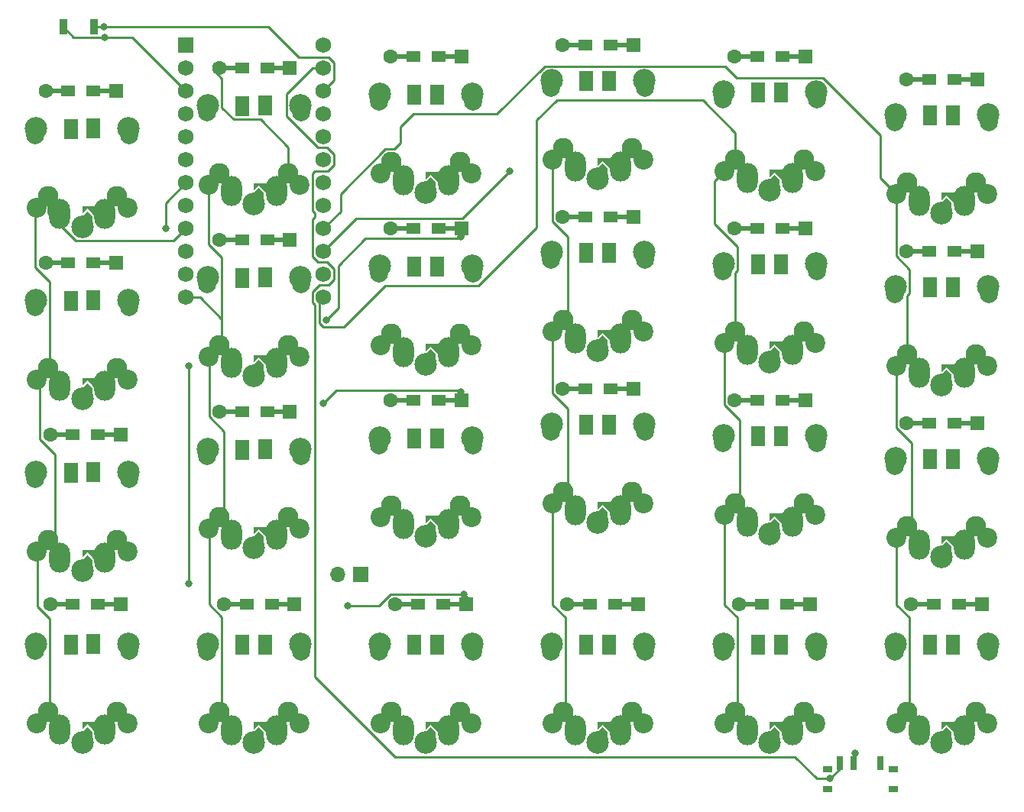
<source format=gbr>
G04 #@! TF.GenerationSoftware,KiCad,Pcbnew,5.1.9*
G04 #@! TF.CreationDate,2021-01-19T21:25:47-06:00*
G04 #@! TF.ProjectId,halfboard,68616c66-626f-4617-9264-2e6b69636164,rev?*
G04 #@! TF.SameCoordinates,Original*
G04 #@! TF.FileFunction,Copper,L2,Bot*
G04 #@! TF.FilePolarity,Positive*
%FSLAX46Y46*%
G04 Gerber Fmt 4.6, Leading zero omitted, Abs format (unit mm)*
G04 Created by KiCad (PCBNEW 5.1.9) date 2021-01-19 21:25:47*
%MOMM*%
%LPD*%
G01*
G04 APERTURE LIST*
G04 #@! TA.AperFunction,EtchedComponent*
%ADD10C,0.100000*%
G04 #@! TD*
G04 #@! TA.AperFunction,SMDPad,CuDef*
%ADD11R,0.900000X1.700000*%
G04 #@! TD*
G04 #@! TA.AperFunction,ComponentPad*
%ADD12R,1.752600X1.752600*%
G04 #@! TD*
G04 #@! TA.AperFunction,ComponentPad*
%ADD13C,1.752600*%
G04 #@! TD*
G04 #@! TA.AperFunction,ComponentPad*
%ADD14O,1.700000X1.700000*%
G04 #@! TD*
G04 #@! TA.AperFunction,ComponentPad*
%ADD15R,1.700000X1.700000*%
G04 #@! TD*
G04 #@! TA.AperFunction,SMDPad,CuDef*
%ADD16R,2.900000X0.500000*%
G04 #@! TD*
G04 #@! TA.AperFunction,SMDPad,CuDef*
%ADD17R,1.600000X1.200000*%
G04 #@! TD*
G04 #@! TA.AperFunction,ComponentPad*
%ADD18C,1.600000*%
G04 #@! TD*
G04 #@! TA.AperFunction,ComponentPad*
%ADD19R,1.600000X1.600000*%
G04 #@! TD*
G04 #@! TA.AperFunction,ComponentPad*
%ADD20C,2.000000*%
G04 #@! TD*
G04 #@! TA.AperFunction,ComponentPad*
%ADD21R,1.500000X2.300000*%
G04 #@! TD*
G04 #@! TA.AperFunction,ComponentPad*
%ADD22O,2.300000X3.337000*%
G04 #@! TD*
G04 #@! TA.AperFunction,ComponentPad*
%ADD23C,2.286000*%
G04 #@! TD*
G04 #@! TA.AperFunction,ComponentPad*
%ADD24C,2.500000*%
G04 #@! TD*
G04 #@! TA.AperFunction,ComponentPad*
%ADD25C,2.200000*%
G04 #@! TD*
G04 #@! TA.AperFunction,SMDPad,CuDef*
%ADD26R,0.700000X1.500000*%
G04 #@! TD*
G04 #@! TA.AperFunction,SMDPad,CuDef*
%ADD27R,1.000000X0.800000*%
G04 #@! TD*
G04 #@! TA.AperFunction,ViaPad*
%ADD28C,0.800000*%
G04 #@! TD*
G04 #@! TA.AperFunction,Conductor*
%ADD29C,0.250000*%
G04 #@! TD*
G04 APERTURE END LIST*
D10*
G04 #@! TO.C, *
G36*
X48775600Y-69240400D02*
G01*
X49182000Y-68834000D01*
X49182000Y-68453000D01*
X49690000Y-67945000D01*
X50198000Y-68453000D01*
X50198000Y-69469000D01*
X49893200Y-69773800D01*
X48775600Y-69773800D01*
X48775600Y-69240400D01*
G37*
X48775600Y-69240400D02*
X49182000Y-68834000D01*
X49182000Y-68453000D01*
X49690000Y-67945000D01*
X50198000Y-68453000D01*
X50198000Y-69469000D01*
X49893200Y-69773800D01*
X48775600Y-69773800D01*
X48775600Y-69240400D01*
G36*
X51798200Y-69692520D02*
G01*
X49690000Y-67584320D01*
X49182000Y-68092320D01*
X49182000Y-67386200D01*
X51798200Y-67386200D01*
X51798200Y-69692520D01*
G37*
X51798200Y-69692520D02*
X49690000Y-67584320D01*
X49182000Y-68092320D01*
X49182000Y-67386200D01*
X51798200Y-67386200D01*
X51798200Y-69692520D01*
G36*
X144023903Y-67746130D02*
G01*
X144430303Y-67339730D01*
X144430303Y-66958730D01*
X144938303Y-66450730D01*
X145446303Y-66958730D01*
X145446303Y-67974730D01*
X145141503Y-68279530D01*
X144023903Y-68279530D01*
X144023903Y-67746130D01*
G37*
X144023903Y-67746130D02*
X144430303Y-67339730D01*
X144430303Y-66958730D01*
X144938303Y-66450730D01*
X145446303Y-66958730D01*
X145446303Y-67974730D01*
X145141503Y-68279530D01*
X144023903Y-68279530D01*
X144023903Y-67746130D01*
G36*
X147046503Y-68198250D02*
G01*
X144938303Y-66090050D01*
X144430303Y-66598050D01*
X144430303Y-65891930D01*
X147046503Y-65891930D01*
X147046503Y-68198250D01*
G37*
X147046503Y-68198250D02*
X144938303Y-66090050D01*
X144430303Y-66598050D01*
X144430303Y-65891930D01*
X147046503Y-65891930D01*
X147046503Y-68198250D01*
G36*
X144023903Y-86796130D02*
G01*
X144430303Y-86389730D01*
X144430303Y-86008730D01*
X144938303Y-85500730D01*
X145446303Y-86008730D01*
X145446303Y-87024730D01*
X145141503Y-87329530D01*
X144023903Y-87329530D01*
X144023903Y-86796130D01*
G37*
X144023903Y-86796130D02*
X144430303Y-86389730D01*
X144430303Y-86008730D01*
X144938303Y-85500730D01*
X145446303Y-86008730D01*
X145446303Y-87024730D01*
X145141503Y-87329530D01*
X144023903Y-87329530D01*
X144023903Y-86796130D01*
G36*
X147046503Y-87248250D02*
G01*
X144938303Y-85140050D01*
X144430303Y-85648050D01*
X144430303Y-84941930D01*
X147046503Y-84941930D01*
X147046503Y-87248250D01*
G37*
X147046503Y-87248250D02*
X144938303Y-85140050D01*
X144430303Y-85648050D01*
X144430303Y-84941930D01*
X147046503Y-84941930D01*
X147046503Y-87248250D01*
G36*
X144023903Y-105846130D02*
G01*
X144430303Y-105439730D01*
X144430303Y-105058730D01*
X144938303Y-104550730D01*
X145446303Y-105058730D01*
X145446303Y-106074730D01*
X145141503Y-106379530D01*
X144023903Y-106379530D01*
X144023903Y-105846130D01*
G37*
X144023903Y-105846130D02*
X144430303Y-105439730D01*
X144430303Y-105058730D01*
X144938303Y-104550730D01*
X145446303Y-105058730D01*
X145446303Y-106074730D01*
X145141503Y-106379530D01*
X144023903Y-106379530D01*
X144023903Y-105846130D01*
G36*
X147046503Y-106298250D02*
G01*
X144938303Y-104190050D01*
X144430303Y-104698050D01*
X144430303Y-103991930D01*
X147046503Y-103991930D01*
X147046503Y-106298250D01*
G37*
X147046503Y-106298250D02*
X144938303Y-104190050D01*
X144430303Y-104698050D01*
X144430303Y-103991930D01*
X147046503Y-103991930D01*
X147046503Y-106298250D01*
G36*
X144023903Y-126420130D02*
G01*
X144430303Y-126013730D01*
X144430303Y-125632730D01*
X144938303Y-125124730D01*
X145446303Y-125632730D01*
X145446303Y-126648730D01*
X145141503Y-126953530D01*
X144023903Y-126953530D01*
X144023903Y-126420130D01*
G37*
X144023903Y-126420130D02*
X144430303Y-126013730D01*
X144430303Y-125632730D01*
X144938303Y-125124730D01*
X145446303Y-125632730D01*
X145446303Y-126648730D01*
X145141503Y-126953530D01*
X144023903Y-126953530D01*
X144023903Y-126420130D01*
G36*
X147046503Y-126872250D02*
G01*
X144938303Y-124764050D01*
X144430303Y-125272050D01*
X144430303Y-124565930D01*
X147046503Y-124565930D01*
X147046503Y-126872250D01*
G37*
X147046503Y-126872250D02*
X144938303Y-124764050D01*
X144430303Y-125272050D01*
X144430303Y-124565930D01*
X147046503Y-124565930D01*
X147046503Y-126872250D01*
G36*
X124973903Y-126420130D02*
G01*
X125380303Y-126013730D01*
X125380303Y-125632730D01*
X125888303Y-125124730D01*
X126396303Y-125632730D01*
X126396303Y-126648730D01*
X126091503Y-126953530D01*
X124973903Y-126953530D01*
X124973903Y-126420130D01*
G37*
X124973903Y-126420130D02*
X125380303Y-126013730D01*
X125380303Y-125632730D01*
X125888303Y-125124730D01*
X126396303Y-125632730D01*
X126396303Y-126648730D01*
X126091503Y-126953530D01*
X124973903Y-126953530D01*
X124973903Y-126420130D01*
G36*
X127996503Y-126872250D02*
G01*
X125888303Y-124764050D01*
X125380303Y-125272050D01*
X125380303Y-124565930D01*
X127996503Y-124565930D01*
X127996503Y-126872250D01*
G37*
X127996503Y-126872250D02*
X125888303Y-124764050D01*
X125380303Y-125272050D01*
X125380303Y-124565930D01*
X127996503Y-124565930D01*
X127996503Y-126872250D01*
G36*
X105923903Y-126420130D02*
G01*
X106330303Y-126013730D01*
X106330303Y-125632730D01*
X106838303Y-125124730D01*
X107346303Y-125632730D01*
X107346303Y-126648730D01*
X107041503Y-126953530D01*
X105923903Y-126953530D01*
X105923903Y-126420130D01*
G37*
X105923903Y-126420130D02*
X106330303Y-126013730D01*
X106330303Y-125632730D01*
X106838303Y-125124730D01*
X107346303Y-125632730D01*
X107346303Y-126648730D01*
X107041503Y-126953530D01*
X105923903Y-126953530D01*
X105923903Y-126420130D01*
G36*
X108946503Y-126872250D02*
G01*
X106838303Y-124764050D01*
X106330303Y-125272050D01*
X106330303Y-124565930D01*
X108946503Y-124565930D01*
X108946503Y-126872250D01*
G37*
X108946503Y-126872250D02*
X106838303Y-124764050D01*
X106330303Y-125272050D01*
X106330303Y-124565930D01*
X108946503Y-124565930D01*
X108946503Y-126872250D01*
G36*
X86873903Y-126420130D02*
G01*
X87280303Y-126013730D01*
X87280303Y-125632730D01*
X87788303Y-125124730D01*
X88296303Y-125632730D01*
X88296303Y-126648730D01*
X87991503Y-126953530D01*
X86873903Y-126953530D01*
X86873903Y-126420130D01*
G37*
X86873903Y-126420130D02*
X87280303Y-126013730D01*
X87280303Y-125632730D01*
X87788303Y-125124730D01*
X88296303Y-125632730D01*
X88296303Y-126648730D01*
X87991503Y-126953530D01*
X86873903Y-126953530D01*
X86873903Y-126420130D01*
G36*
X89896503Y-126872250D02*
G01*
X87788303Y-124764050D01*
X87280303Y-125272050D01*
X87280303Y-124565930D01*
X89896503Y-124565930D01*
X89896503Y-126872250D01*
G37*
X89896503Y-126872250D02*
X87788303Y-124764050D01*
X87280303Y-125272050D01*
X87280303Y-124565930D01*
X89896503Y-124565930D01*
X89896503Y-126872250D01*
G36*
X124973903Y-103306130D02*
G01*
X125380303Y-102899730D01*
X125380303Y-102518730D01*
X125888303Y-102010730D01*
X126396303Y-102518730D01*
X126396303Y-103534730D01*
X126091503Y-103839530D01*
X124973903Y-103839530D01*
X124973903Y-103306130D01*
G37*
X124973903Y-103306130D02*
X125380303Y-102899730D01*
X125380303Y-102518730D01*
X125888303Y-102010730D01*
X126396303Y-102518730D01*
X126396303Y-103534730D01*
X126091503Y-103839530D01*
X124973903Y-103839530D01*
X124973903Y-103306130D01*
G36*
X127996503Y-103758250D02*
G01*
X125888303Y-101650050D01*
X125380303Y-102158050D01*
X125380303Y-101451930D01*
X127996503Y-101451930D01*
X127996503Y-103758250D01*
G37*
X127996503Y-103758250D02*
X125888303Y-101650050D01*
X125380303Y-102158050D01*
X125380303Y-101451930D01*
X127996503Y-101451930D01*
X127996503Y-103758250D01*
G36*
X124973903Y-84256130D02*
G01*
X125380303Y-83849730D01*
X125380303Y-83468730D01*
X125888303Y-82960730D01*
X126396303Y-83468730D01*
X126396303Y-84484730D01*
X126091503Y-84789530D01*
X124973903Y-84789530D01*
X124973903Y-84256130D01*
G37*
X124973903Y-84256130D02*
X125380303Y-83849730D01*
X125380303Y-83468730D01*
X125888303Y-82960730D01*
X126396303Y-83468730D01*
X126396303Y-84484730D01*
X126091503Y-84789530D01*
X124973903Y-84789530D01*
X124973903Y-84256130D01*
G36*
X127996503Y-84708250D02*
G01*
X125888303Y-82600050D01*
X125380303Y-83108050D01*
X125380303Y-82401930D01*
X127996503Y-82401930D01*
X127996503Y-84708250D01*
G37*
X127996503Y-84708250D02*
X125888303Y-82600050D01*
X125380303Y-83108050D01*
X125380303Y-82401930D01*
X127996503Y-82401930D01*
X127996503Y-84708250D01*
G36*
X124973903Y-65206130D02*
G01*
X125380303Y-64799730D01*
X125380303Y-64418730D01*
X125888303Y-63910730D01*
X126396303Y-64418730D01*
X126396303Y-65434730D01*
X126091503Y-65739530D01*
X124973903Y-65739530D01*
X124973903Y-65206130D01*
G37*
X124973903Y-65206130D02*
X125380303Y-64799730D01*
X125380303Y-64418730D01*
X125888303Y-63910730D01*
X126396303Y-64418730D01*
X126396303Y-65434730D01*
X126091503Y-65739530D01*
X124973903Y-65739530D01*
X124973903Y-65206130D01*
G36*
X127996503Y-65658250D02*
G01*
X125888303Y-63550050D01*
X125380303Y-64058050D01*
X125380303Y-63351930D01*
X127996503Y-63351930D01*
X127996503Y-65658250D01*
G37*
X127996503Y-65658250D02*
X125888303Y-63550050D01*
X125380303Y-64058050D01*
X125380303Y-63351930D01*
X127996503Y-63351930D01*
X127996503Y-65658250D01*
G36*
X105923903Y-63936130D02*
G01*
X106330303Y-63529730D01*
X106330303Y-63148730D01*
X106838303Y-62640730D01*
X107346303Y-63148730D01*
X107346303Y-64164730D01*
X107041503Y-64469530D01*
X105923903Y-64469530D01*
X105923903Y-63936130D01*
G37*
X105923903Y-63936130D02*
X106330303Y-63529730D01*
X106330303Y-63148730D01*
X106838303Y-62640730D01*
X107346303Y-63148730D01*
X107346303Y-64164730D01*
X107041503Y-64469530D01*
X105923903Y-64469530D01*
X105923903Y-63936130D01*
G36*
X108946503Y-64388250D02*
G01*
X106838303Y-62280050D01*
X106330303Y-62788050D01*
X106330303Y-62081930D01*
X108946503Y-62081930D01*
X108946503Y-64388250D01*
G37*
X108946503Y-64388250D02*
X106838303Y-62280050D01*
X106330303Y-62788050D01*
X106330303Y-62081930D01*
X108946503Y-62081930D01*
X108946503Y-64388250D01*
G36*
X105923903Y-82986130D02*
G01*
X106330303Y-82579730D01*
X106330303Y-82198730D01*
X106838303Y-81690730D01*
X107346303Y-82198730D01*
X107346303Y-83214730D01*
X107041503Y-83519530D01*
X105923903Y-83519530D01*
X105923903Y-82986130D01*
G37*
X105923903Y-82986130D02*
X106330303Y-82579730D01*
X106330303Y-82198730D01*
X106838303Y-81690730D01*
X107346303Y-82198730D01*
X107346303Y-83214730D01*
X107041503Y-83519530D01*
X105923903Y-83519530D01*
X105923903Y-82986130D01*
G36*
X108946503Y-83438250D02*
G01*
X106838303Y-81330050D01*
X106330303Y-81838050D01*
X106330303Y-81131930D01*
X108946503Y-81131930D01*
X108946503Y-83438250D01*
G37*
X108946503Y-83438250D02*
X106838303Y-81330050D01*
X106330303Y-81838050D01*
X106330303Y-81131930D01*
X108946503Y-81131930D01*
X108946503Y-83438250D01*
G36*
X105923903Y-102036130D02*
G01*
X106330303Y-101629730D01*
X106330303Y-101248730D01*
X106838303Y-100740730D01*
X107346303Y-101248730D01*
X107346303Y-102264730D01*
X107041503Y-102569530D01*
X105923903Y-102569530D01*
X105923903Y-102036130D01*
G37*
X105923903Y-102036130D02*
X106330303Y-101629730D01*
X106330303Y-101248730D01*
X106838303Y-100740730D01*
X107346303Y-101248730D01*
X107346303Y-102264730D01*
X107041503Y-102569530D01*
X105923903Y-102569530D01*
X105923903Y-102036130D01*
G36*
X108946503Y-102488250D02*
G01*
X106838303Y-100380050D01*
X106330303Y-100888050D01*
X106330303Y-100181930D01*
X108946503Y-100181930D01*
X108946503Y-102488250D01*
G37*
X108946503Y-102488250D02*
X106838303Y-100380050D01*
X106330303Y-100888050D01*
X106330303Y-100181930D01*
X108946503Y-100181930D01*
X108946503Y-102488250D01*
G36*
X86873903Y-103560130D02*
G01*
X87280303Y-103153730D01*
X87280303Y-102772730D01*
X87788303Y-102264730D01*
X88296303Y-102772730D01*
X88296303Y-103788730D01*
X87991503Y-104093530D01*
X86873903Y-104093530D01*
X86873903Y-103560130D01*
G37*
X86873903Y-103560130D02*
X87280303Y-103153730D01*
X87280303Y-102772730D01*
X87788303Y-102264730D01*
X88296303Y-102772730D01*
X88296303Y-103788730D01*
X87991503Y-104093530D01*
X86873903Y-104093530D01*
X86873903Y-103560130D01*
G36*
X89896503Y-104012250D02*
G01*
X87788303Y-101904050D01*
X87280303Y-102412050D01*
X87280303Y-101705930D01*
X89896503Y-101705930D01*
X89896503Y-104012250D01*
G37*
X89896503Y-104012250D02*
X87788303Y-101904050D01*
X87280303Y-102412050D01*
X87280303Y-101705930D01*
X89896503Y-101705930D01*
X89896503Y-104012250D01*
G36*
X86873903Y-84510130D02*
G01*
X87280303Y-84103730D01*
X87280303Y-83722730D01*
X87788303Y-83214730D01*
X88296303Y-83722730D01*
X88296303Y-84738730D01*
X87991503Y-85043530D01*
X86873903Y-85043530D01*
X86873903Y-84510130D01*
G37*
X86873903Y-84510130D02*
X87280303Y-84103730D01*
X87280303Y-83722730D01*
X87788303Y-83214730D01*
X88296303Y-83722730D01*
X88296303Y-84738730D01*
X87991503Y-85043530D01*
X86873903Y-85043530D01*
X86873903Y-84510130D01*
G36*
X89896503Y-84962250D02*
G01*
X87788303Y-82854050D01*
X87280303Y-83362050D01*
X87280303Y-82655930D01*
X89896503Y-82655930D01*
X89896503Y-84962250D01*
G37*
X89896503Y-84962250D02*
X87788303Y-82854050D01*
X87280303Y-83362050D01*
X87280303Y-82655930D01*
X89896503Y-82655930D01*
X89896503Y-84962250D01*
G36*
X86873903Y-65456130D02*
G01*
X87280303Y-65049730D01*
X87280303Y-64668730D01*
X87788303Y-64160730D01*
X88296303Y-64668730D01*
X88296303Y-65684730D01*
X87991503Y-65989530D01*
X86873903Y-65989530D01*
X86873903Y-65456130D01*
G37*
X86873903Y-65456130D02*
X87280303Y-65049730D01*
X87280303Y-64668730D01*
X87788303Y-64160730D01*
X88296303Y-64668730D01*
X88296303Y-65684730D01*
X87991503Y-65989530D01*
X86873903Y-65989530D01*
X86873903Y-65456130D01*
G36*
X89896503Y-65908250D02*
G01*
X87788303Y-63800050D01*
X87280303Y-64308050D01*
X87280303Y-63601930D01*
X89896503Y-63601930D01*
X89896503Y-65908250D01*
G37*
X89896503Y-65908250D02*
X87788303Y-63800050D01*
X87280303Y-64308050D01*
X87280303Y-63601930D01*
X89896503Y-63601930D01*
X89896503Y-65908250D01*
G36*
X67820831Y-66690130D02*
G01*
X68227231Y-66283730D01*
X68227231Y-65902730D01*
X68735231Y-65394730D01*
X69243231Y-65902730D01*
X69243231Y-66918730D01*
X68938431Y-67223530D01*
X67820831Y-67223530D01*
X67820831Y-66690130D01*
G37*
X67820831Y-66690130D02*
X68227231Y-66283730D01*
X68227231Y-65902730D01*
X68735231Y-65394730D01*
X69243231Y-65902730D01*
X69243231Y-66918730D01*
X68938431Y-67223530D01*
X67820831Y-67223530D01*
X67820831Y-66690130D01*
G36*
X70843431Y-67142250D02*
G01*
X68735231Y-65034050D01*
X68227231Y-65542050D01*
X68227231Y-64835930D01*
X70843431Y-64835930D01*
X70843431Y-67142250D01*
G37*
X70843431Y-67142250D02*
X68735231Y-65034050D01*
X68227231Y-65542050D01*
X68227231Y-64835930D01*
X70843431Y-64835930D01*
X70843431Y-67142250D01*
G36*
X67820831Y-85738229D02*
G01*
X68227231Y-85331829D01*
X68227231Y-84950829D01*
X68735231Y-84442829D01*
X69243231Y-84950829D01*
X69243231Y-85966829D01*
X68938431Y-86271629D01*
X67820831Y-86271629D01*
X67820831Y-85738229D01*
G37*
X67820831Y-85738229D02*
X68227231Y-85331829D01*
X68227231Y-84950829D01*
X68735231Y-84442829D01*
X69243231Y-84950829D01*
X69243231Y-85966829D01*
X68938431Y-86271629D01*
X67820831Y-86271629D01*
X67820831Y-85738229D01*
G36*
X70843431Y-86190349D02*
G01*
X68735231Y-84082149D01*
X68227231Y-84590149D01*
X68227231Y-83884029D01*
X70843431Y-83884029D01*
X70843431Y-86190349D01*
G37*
X70843431Y-86190349D02*
X68735231Y-84082149D01*
X68227231Y-84590149D01*
X68227231Y-83884029D01*
X70843431Y-83884029D01*
X70843431Y-86190349D01*
G36*
X67820831Y-104786630D02*
G01*
X68227231Y-104380230D01*
X68227231Y-103999230D01*
X68735231Y-103491230D01*
X69243231Y-103999230D01*
X69243231Y-105015230D01*
X68938431Y-105320030D01*
X67820831Y-105320030D01*
X67820831Y-104786630D01*
G37*
X67820831Y-104786630D02*
X68227231Y-104380230D01*
X68227231Y-103999230D01*
X68735231Y-103491230D01*
X69243231Y-103999230D01*
X69243231Y-105015230D01*
X68938431Y-105320030D01*
X67820831Y-105320030D01*
X67820831Y-104786630D01*
G36*
X70843431Y-105238750D02*
G01*
X68735231Y-103130550D01*
X68227231Y-103638550D01*
X68227231Y-102932430D01*
X70843431Y-102932430D01*
X70843431Y-105238750D01*
G37*
X70843431Y-105238750D02*
X68735231Y-103130550D01*
X68227231Y-103638550D01*
X68227231Y-102932430D01*
X70843431Y-102932430D01*
X70843431Y-105238750D01*
G36*
X67820831Y-126420130D02*
G01*
X68227231Y-126013730D01*
X68227231Y-125632730D01*
X68735231Y-125124730D01*
X69243231Y-125632730D01*
X69243231Y-126648730D01*
X68938431Y-126953530D01*
X67820831Y-126953530D01*
X67820831Y-126420130D01*
G37*
X67820831Y-126420130D02*
X68227231Y-126013730D01*
X68227231Y-125632730D01*
X68735231Y-125124730D01*
X69243231Y-125632730D01*
X69243231Y-126648730D01*
X68938431Y-126953530D01*
X67820831Y-126953530D01*
X67820831Y-126420130D01*
G36*
X70843431Y-126872250D02*
G01*
X68735231Y-124764050D01*
X68227231Y-125272050D01*
X68227231Y-124565930D01*
X70843431Y-124565930D01*
X70843431Y-126872250D01*
G37*
X70843431Y-126872250D02*
X68735231Y-124764050D01*
X68227231Y-125272050D01*
X68227231Y-124565930D01*
X70843431Y-124565930D01*
X70843431Y-126872250D01*
G36*
X48775600Y-126390400D02*
G01*
X49182000Y-125984000D01*
X49182000Y-125603000D01*
X49690000Y-125095000D01*
X50198000Y-125603000D01*
X50198000Y-126619000D01*
X49893200Y-126923800D01*
X48775600Y-126923800D01*
X48775600Y-126390400D01*
G37*
X48775600Y-126390400D02*
X49182000Y-125984000D01*
X49182000Y-125603000D01*
X49690000Y-125095000D01*
X50198000Y-125603000D01*
X50198000Y-126619000D01*
X49893200Y-126923800D01*
X48775600Y-126923800D01*
X48775600Y-126390400D01*
G36*
X51798200Y-126842520D02*
G01*
X49690000Y-124734320D01*
X49182000Y-125242320D01*
X49182000Y-124536200D01*
X51798200Y-124536200D01*
X51798200Y-126842520D01*
G37*
X51798200Y-126842520D02*
X49690000Y-124734320D01*
X49182000Y-125242320D01*
X49182000Y-124536200D01*
X51798200Y-124536200D01*
X51798200Y-126842520D01*
G36*
X48775600Y-107340400D02*
G01*
X49182000Y-106934000D01*
X49182000Y-106553000D01*
X49690000Y-106045000D01*
X50198000Y-106553000D01*
X50198000Y-107569000D01*
X49893200Y-107873800D01*
X48775600Y-107873800D01*
X48775600Y-107340400D01*
G37*
X48775600Y-107340400D02*
X49182000Y-106934000D01*
X49182000Y-106553000D01*
X49690000Y-106045000D01*
X50198000Y-106553000D01*
X50198000Y-107569000D01*
X49893200Y-107873800D01*
X48775600Y-107873800D01*
X48775600Y-107340400D01*
G36*
X51798200Y-107792520D02*
G01*
X49690000Y-105684320D01*
X49182000Y-106192320D01*
X49182000Y-105486200D01*
X51798200Y-105486200D01*
X51798200Y-107792520D01*
G37*
X51798200Y-107792520D02*
X49690000Y-105684320D01*
X49182000Y-106192320D01*
X49182000Y-105486200D01*
X51798200Y-105486200D01*
X51798200Y-107792520D01*
G36*
X48775600Y-88290400D02*
G01*
X49182000Y-87884000D01*
X49182000Y-87503000D01*
X49690000Y-86995000D01*
X50198000Y-87503000D01*
X50198000Y-88519000D01*
X49893200Y-88823800D01*
X48775600Y-88823800D01*
X48775600Y-88290400D01*
G37*
X48775600Y-88290400D02*
X49182000Y-87884000D01*
X49182000Y-87503000D01*
X49690000Y-86995000D01*
X50198000Y-87503000D01*
X50198000Y-88519000D01*
X49893200Y-88823800D01*
X48775600Y-88823800D01*
X48775600Y-88290400D01*
G36*
X51798200Y-88742520D02*
G01*
X49690000Y-86634320D01*
X49182000Y-87142320D01*
X49182000Y-86436200D01*
X51798200Y-86436200D01*
X51798200Y-88742520D01*
G37*
X51798200Y-88742520D02*
X49690000Y-86634320D01*
X49182000Y-87142320D01*
X49182000Y-86436200D01*
X51798200Y-86436200D01*
X51798200Y-88742520D01*
G04 #@! TD*
D11*
G04 #@! TO.P, ,2*
G04 #@! TO.N,RESET_GND*
X47068000Y-47498000D03*
G04 #@! TO.P, ,1*
G04 #@! TO.N,RESET*
X50468000Y-47498000D03*
G04 #@! TD*
D12*
G04 #@! TO.P,U1,1*
G04 #@! TO.N,N/C*
X60667231Y-49530000D03*
D13*
G04 #@! TO.P,U1,2*
X60667231Y-52070000D03*
G04 #@! TO.P,U1,3*
G04 #@! TO.N,RESET_GND*
X60667231Y-54610000D03*
G04 #@! TO.P,U1,4*
G04 #@! TO.N,N/C*
X60667231Y-57150000D03*
G04 #@! TO.P,U1,5*
G04 #@! TO.N,row0*
X60667231Y-59690000D03*
G04 #@! TO.P,U1,6*
G04 #@! TO.N,row1*
X60667231Y-62230000D03*
G04 #@! TO.P,U1,7*
G04 #@! TO.N,row2*
X60667231Y-64770000D03*
G04 #@! TO.P,U1,8*
G04 #@! TO.N,row3*
X60667231Y-67310000D03*
G04 #@! TO.P,U1,9*
G04 #@! TO.N,col0*
X60667231Y-69850000D03*
G04 #@! TO.P,U1,10*
G04 #@! TO.N,N/C*
X60667231Y-72390000D03*
G04 #@! TO.P,U1,11*
G04 #@! TO.N,col2*
X60667231Y-74930000D03*
G04 #@! TO.P,U1,13*
G04 #@! TO.N,col4*
X75907231Y-77470000D03*
G04 #@! TO.P,U1,14*
G04 #@! TO.N,N/C*
X75907231Y-74930000D03*
G04 #@! TO.P,U1,15*
G04 #@! TO.N,col3*
X75907231Y-72390000D03*
G04 #@! TO.P,U1,16*
G04 #@! TO.N,col5*
X75907231Y-69850000D03*
G04 #@! TO.P,U1,17*
G04 #@! TO.N,N/C*
X75907231Y-67310000D03*
G04 #@! TO.P,U1,18*
X75907231Y-64770000D03*
G04 #@! TO.P,U1,19*
X75907231Y-62230000D03*
G04 #@! TO.P,U1,20*
X75907231Y-59690000D03*
G04 #@! TO.P,U1,21*
X75907231Y-57150000D03*
G04 #@! TO.P,U1,22*
G04 #@! TO.N,RESET*
X75907231Y-54610000D03*
G04 #@! TO.P,U1,23*
G04 #@! TO.N,BAT_GND*
X75907231Y-52070000D03*
G04 #@! TO.P,U1,12*
G04 #@! TO.N,col1*
X60667231Y-77470000D03*
G04 #@! TO.P,U1,24*
G04 #@! TO.N,BAT0*
X75907231Y-49530000D03*
G04 #@! TD*
D14*
G04 #@! TO.P, ,2*
G04 #@! TO.N,BAT0*
X77470000Y-108204000D03*
D15*
G04 #@! TO.P, ,1*
G04 #@! TO.N,BAT_SW*
X80010000Y-108204000D03*
G04 #@! TD*
D16*
G04 #@! TO.P, ,2*
G04 #@! TO.N,N/C*
X141930303Y-53340000D03*
D17*
X143030303Y-53340000D03*
G04 #@! TO.P, ,1*
X145830303Y-53340000D03*
D16*
X146930303Y-53340000D03*
D18*
G04 #@! TO.P, ,2*
X140530303Y-53340000D03*
D19*
G04 #@! TO.P, ,1*
X148330303Y-53340000D03*
G04 #@! TD*
D16*
G04 #@! TO.P, ,2*
G04 #@! TO.N,N/C*
X141930303Y-72390000D03*
D17*
X143030303Y-72390000D03*
G04 #@! TO.P, ,1*
X145830303Y-72390000D03*
D16*
X146930303Y-72390000D03*
D18*
G04 #@! TO.P, ,2*
X140530303Y-72390000D03*
D19*
G04 #@! TO.P, ,1*
X148330303Y-72390000D03*
G04 #@! TD*
D16*
G04 #@! TO.P, ,2*
G04 #@! TO.N,N/C*
X141930303Y-91440000D03*
D17*
X143030303Y-91440000D03*
G04 #@! TO.P, ,1*
X145830303Y-91440000D03*
D16*
X146930303Y-91440000D03*
D18*
G04 #@! TO.P, ,2*
X140530303Y-91440000D03*
D19*
G04 #@! TO.P, ,1*
X148330303Y-91440000D03*
G04 #@! TD*
D16*
G04 #@! TO.P, ,2*
G04 #@! TO.N,N/C*
X142438303Y-111490000D03*
D17*
X143538303Y-111490000D03*
G04 #@! TO.P, ,1*
X146338303Y-111490000D03*
D16*
X147438303Y-111490000D03*
D18*
G04 #@! TO.P, ,2*
X141038303Y-111490000D03*
D19*
G04 #@! TO.P, ,1*
X148838303Y-111490000D03*
G04 #@! TD*
D16*
G04 #@! TO.P, ,2*
G04 #@! TO.N,N/C*
X123388303Y-111490000D03*
D17*
X124488303Y-111490000D03*
G04 #@! TO.P, ,1*
X127288303Y-111490000D03*
D16*
X128388303Y-111490000D03*
D18*
G04 #@! TO.P, ,2*
X121988303Y-111490000D03*
D19*
G04 #@! TO.P, ,1*
X129788303Y-111490000D03*
G04 #@! TD*
D16*
G04 #@! TO.P, ,2*
G04 #@! TO.N,N/C*
X104338303Y-111490000D03*
D17*
X105438303Y-111490000D03*
G04 #@! TO.P, ,1*
X108238303Y-111490000D03*
D16*
X109338303Y-111490000D03*
D18*
G04 #@! TO.P, ,2*
X102938303Y-111490000D03*
D19*
G04 #@! TO.P, ,1*
X110738303Y-111490000D03*
G04 #@! TD*
D16*
G04 #@! TO.P, ,2*
G04 #@! TO.N,N/C*
X85288303Y-111490000D03*
D17*
X86388303Y-111490000D03*
G04 #@! TO.P, ,1*
X89188303Y-111490000D03*
D16*
X90288303Y-111490000D03*
D18*
G04 #@! TO.P, ,2*
X83888303Y-111490000D03*
D19*
G04 #@! TO.P, ,1*
X91688303Y-111490000D03*
G04 #@! TD*
D16*
G04 #@! TO.P, ,2*
G04 #@! TO.N,N/C*
X122880303Y-88900000D03*
D17*
X123980303Y-88900000D03*
G04 #@! TO.P, ,1*
X126780303Y-88900000D03*
D16*
X127880303Y-88900000D03*
D18*
G04 #@! TO.P, ,2*
X121480303Y-88900000D03*
D19*
G04 #@! TO.P, ,1*
X129280303Y-88900000D03*
G04 #@! TD*
D16*
G04 #@! TO.P, ,2*
G04 #@! TO.N,N/C*
X122880303Y-69850000D03*
D17*
X123980303Y-69850000D03*
G04 #@! TO.P, ,1*
X126780303Y-69850000D03*
D16*
X127880303Y-69850000D03*
D18*
G04 #@! TO.P, ,2*
X121480303Y-69850000D03*
D19*
G04 #@! TO.P, ,1*
X129280303Y-69850000D03*
G04 #@! TD*
D16*
G04 #@! TO.P, ,2*
G04 #@! TO.N,N/C*
X122880303Y-50800000D03*
D17*
X123980303Y-50800000D03*
G04 #@! TO.P, ,1*
X126780303Y-50800000D03*
D16*
X127880303Y-50800000D03*
D18*
G04 #@! TO.P, ,2*
X121480303Y-50800000D03*
D19*
G04 #@! TO.P, ,1*
X129280303Y-50800000D03*
G04 #@! TD*
D16*
G04 #@! TO.P, ,2*
G04 #@! TO.N,N/C*
X103830303Y-49530000D03*
D17*
X104930303Y-49530000D03*
G04 #@! TO.P, ,1*
X107730303Y-49530000D03*
D16*
X108830303Y-49530000D03*
D18*
G04 #@! TO.P, ,2*
X102430303Y-49530000D03*
D19*
G04 #@! TO.P, ,1*
X110230303Y-49530000D03*
G04 #@! TD*
D16*
G04 #@! TO.P, ,2*
G04 #@! TO.N,N/C*
X103830303Y-68580000D03*
D17*
X104930303Y-68580000D03*
G04 #@! TO.P, ,1*
X107730303Y-68580000D03*
D16*
X108830303Y-68580000D03*
D18*
G04 #@! TO.P, ,2*
X102430303Y-68580000D03*
D19*
G04 #@! TO.P, ,1*
X110230303Y-68580000D03*
G04 #@! TD*
D16*
G04 #@! TO.P, ,2*
G04 #@! TO.N,N/C*
X103830303Y-87630000D03*
D17*
X104930303Y-87630000D03*
G04 #@! TO.P, ,1*
X107730303Y-87630000D03*
D16*
X108830303Y-87630000D03*
D18*
G04 #@! TO.P, ,2*
X102430303Y-87630000D03*
D19*
G04 #@! TO.P, ,1*
X110230303Y-87630000D03*
G04 #@! TD*
D16*
G04 #@! TO.P, ,2*
G04 #@! TO.N,N/C*
X84780303Y-88900000D03*
D17*
X85880303Y-88900000D03*
G04 #@! TO.P, ,1*
X88680303Y-88900000D03*
D16*
X89780303Y-88900000D03*
D18*
G04 #@! TO.P, ,2*
X83380303Y-88900000D03*
D19*
G04 #@! TO.P, ,1*
X91180303Y-88900000D03*
G04 #@! TD*
D16*
G04 #@! TO.P, ,2*
G04 #@! TO.N,N/C*
X84780303Y-69850000D03*
D17*
X85880303Y-69850000D03*
G04 #@! TO.P, ,1*
X88680303Y-69850000D03*
D16*
X89780303Y-69850000D03*
D18*
G04 #@! TO.P, ,2*
X83380303Y-69850000D03*
D19*
G04 #@! TO.P, ,1*
X91180303Y-69850000D03*
G04 #@! TD*
D16*
G04 #@! TO.P, ,2*
G04 #@! TO.N,N/C*
X65787231Y-90170000D03*
D17*
X66887231Y-90170000D03*
G04 #@! TO.P, ,1*
X69687231Y-90170000D03*
D16*
X70787231Y-90170000D03*
D18*
G04 #@! TO.P, ,2*
X64387231Y-90170000D03*
D19*
G04 #@! TO.P, ,1*
X72187231Y-90170000D03*
G04 #@! TD*
D16*
G04 #@! TO.P, ,2*
G04 #@! TO.N,N/C*
X66295231Y-111490000D03*
D17*
X67395231Y-111490000D03*
G04 #@! TO.P, ,1*
X70195231Y-111490000D03*
D16*
X71295231Y-111490000D03*
D18*
G04 #@! TO.P, ,2*
X64895231Y-111490000D03*
D19*
G04 #@! TO.P, ,1*
X72695231Y-111490000D03*
G04 #@! TD*
D16*
G04 #@! TO.P, ,2*
G04 #@! TO.N,N/C*
X47030000Y-111490000D03*
D17*
X48130000Y-111490000D03*
G04 #@! TO.P, ,1*
X50930000Y-111490000D03*
D16*
X52030000Y-111490000D03*
D18*
G04 #@! TO.P, ,2*
X45630000Y-111490000D03*
D19*
G04 #@! TO.P, ,1*
X53430000Y-111490000D03*
G04 #@! TD*
D16*
G04 #@! TO.P, ,2*
G04 #@! TO.N,N/C*
X47030000Y-92710000D03*
D17*
X48130000Y-92710000D03*
G04 #@! TO.P, ,1*
X50930000Y-92710000D03*
D16*
X52030000Y-92710000D03*
D18*
G04 #@! TO.P, ,2*
X45630000Y-92710000D03*
D19*
G04 #@! TO.P, ,1*
X53430000Y-92710000D03*
G04 #@! TD*
D16*
G04 #@! TO.P, ,2*
G04 #@! TO.N,N/C*
X84780303Y-50800000D03*
D17*
X85880303Y-50800000D03*
G04 #@! TO.P, ,1*
X88680303Y-50800000D03*
D16*
X89780303Y-50800000D03*
D18*
G04 #@! TO.P, ,2*
X83380303Y-50800000D03*
D19*
G04 #@! TO.P, ,1*
X91180303Y-50800000D03*
G04 #@! TD*
D16*
G04 #@! TO.P, ,2*
G04 #@! TO.N,N/C*
X65787231Y-52070000D03*
D17*
X66887231Y-52070000D03*
G04 #@! TO.P, ,1*
X69687231Y-52070000D03*
D16*
X70787231Y-52070000D03*
D18*
G04 #@! TO.P, ,2*
X64387231Y-52070000D03*
D19*
G04 #@! TO.P, ,1*
X72187231Y-52070000D03*
G04 #@! TD*
D16*
G04 #@! TO.P, ,2*
G04 #@! TO.N,N/C*
X65787231Y-71120000D03*
D17*
X66887231Y-71120000D03*
G04 #@! TO.P, ,1*
X69687231Y-71120000D03*
D16*
X70787231Y-71120000D03*
D18*
G04 #@! TO.P, ,2*
X64387231Y-71120000D03*
D19*
G04 #@! TO.P, ,1*
X72187231Y-71120000D03*
G04 #@! TD*
D16*
G04 #@! TO.P, ,2*
G04 #@! TO.N,N/C*
X46522000Y-73660000D03*
D17*
X47622000Y-73660000D03*
G04 #@! TO.P, ,1*
X50422000Y-73660000D03*
D16*
X51522000Y-73660000D03*
D18*
G04 #@! TO.P, ,2*
X45122000Y-73660000D03*
D19*
G04 #@! TO.P, ,1*
X52922000Y-73660000D03*
G04 #@! TD*
D16*
G04 #@! TO.P, ,2*
G04 #@! TO.N,N/C*
X46522000Y-54610000D03*
D17*
X47622000Y-54610000D03*
G04 #@! TO.P, ,1*
X50422000Y-54610000D03*
D16*
X51522000Y-54610000D03*
D18*
G04 #@! TO.P, ,2*
X45122000Y-54610000D03*
D19*
G04 #@! TO.P, ,1*
X52922000Y-54610000D03*
G04 #@! TD*
D20*
G04 #@! TO.P, ,*
G04 #@! TO.N,*
X43962000Y-59554000D03*
X54402000Y-59554000D03*
D21*
G04 #@! TO.P, ,4*
G04 #@! TO.N,N/C*
X47912000Y-58824000D03*
G04 #@! TO.P, ,3*
X50412000Y-58774000D03*
D22*
G04 #@! TO.P, ,1*
G04 #@! TO.N,col0*
X46662000Y-68254000D03*
G04 #@! TO.P, ,2*
G04 #@! TO.N,col0_row0*
X51702000Y-68254000D03*
D23*
G04 #@! TO.P, ,1*
G04 #@! TO.N,col0*
X45372000Y-66294000D03*
G04 #@! TO.P, ,2*
G04 #@! TO.N,col0_row0*
X52992000Y-66294000D03*
D24*
G04 #@! TO.P, ,*
G04 #@! TO.N,*
X44032000Y-58754000D03*
D25*
G04 #@! TO.P, ,2*
G04 #@! TO.N,col0_row0*
X54182000Y-67554000D03*
D24*
G04 #@! TO.P, ,*
G04 #@! TO.N,*
X54332000Y-58754000D03*
G04 #@! TO.P, ,5*
G04 #@! TO.N,N/C*
X49182000Y-69654000D03*
D25*
G04 #@! TO.P, ,1*
G04 #@! TO.N,col0*
X44182000Y-67554000D03*
G04 #@! TD*
D20*
G04 #@! TO.P, ,*
G04 #@! TO.N,*
X139210303Y-58059730D03*
X149650303Y-58059730D03*
D21*
G04 #@! TO.P, ,4*
G04 #@! TO.N,N/C*
X143160303Y-57329730D03*
G04 #@! TO.P, ,3*
X145660303Y-57279730D03*
D22*
G04 #@! TO.P, ,1*
G04 #@! TO.N,col5*
X141910303Y-66759730D03*
G04 #@! TO.P, ,2*
G04 #@! TO.N,col5_row0*
X146950303Y-66759730D03*
D23*
G04 #@! TO.P, ,1*
G04 #@! TO.N,col5*
X140620303Y-64799730D03*
G04 #@! TO.P, ,2*
G04 #@! TO.N,col5_row0*
X148240303Y-64799730D03*
D24*
G04 #@! TO.P, ,*
G04 #@! TO.N,*
X139280303Y-57259730D03*
D25*
G04 #@! TO.P, ,2*
G04 #@! TO.N,col5_row0*
X149430303Y-66059730D03*
D24*
G04 #@! TO.P, ,*
G04 #@! TO.N,*
X149580303Y-57259730D03*
G04 #@! TO.P, ,5*
G04 #@! TO.N,N/C*
X144430303Y-68159730D03*
D25*
G04 #@! TO.P, ,1*
G04 #@! TO.N,col5*
X139430303Y-66059730D03*
G04 #@! TD*
D20*
G04 #@! TO.P, ,*
G04 #@! TO.N,*
X139210303Y-77109730D03*
X149650303Y-77109730D03*
D21*
G04 #@! TO.P, ,4*
G04 #@! TO.N,N/C*
X143160303Y-76379730D03*
G04 #@! TO.P, ,3*
X145660303Y-76329730D03*
D22*
G04 #@! TO.P, ,1*
G04 #@! TO.N,col5*
X141910303Y-85809730D03*
G04 #@! TO.P, ,2*
G04 #@! TO.N,col5_row1*
X146950303Y-85809730D03*
D23*
G04 #@! TO.P, ,1*
G04 #@! TO.N,col5*
X140620303Y-83849730D03*
G04 #@! TO.P, ,2*
G04 #@! TO.N,col5_row1*
X148240303Y-83849730D03*
D24*
G04 #@! TO.P, ,*
G04 #@! TO.N,*
X139280303Y-76309730D03*
D25*
G04 #@! TO.P, ,2*
G04 #@! TO.N,col5_row1*
X149430303Y-85109730D03*
D24*
G04 #@! TO.P, ,*
G04 #@! TO.N,*
X149580303Y-76309730D03*
G04 #@! TO.P, ,5*
G04 #@! TO.N,N/C*
X144430303Y-87209730D03*
D25*
G04 #@! TO.P, ,1*
G04 #@! TO.N,col5*
X139430303Y-85109730D03*
G04 #@! TD*
D20*
G04 #@! TO.P, ,*
G04 #@! TO.N,*
X139210303Y-96159730D03*
X149650303Y-96159730D03*
D21*
G04 #@! TO.P, ,4*
G04 #@! TO.N,N/C*
X143160303Y-95429730D03*
G04 #@! TO.P, ,3*
X145660303Y-95379730D03*
D22*
G04 #@! TO.P, ,1*
G04 #@! TO.N,col5*
X141910303Y-104859730D03*
G04 #@! TO.P, ,2*
G04 #@! TO.N,col5_row2*
X146950303Y-104859730D03*
D23*
G04 #@! TO.P, ,1*
G04 #@! TO.N,col5*
X140620303Y-102899730D03*
G04 #@! TO.P, ,2*
G04 #@! TO.N,col5_row2*
X148240303Y-102899730D03*
D24*
G04 #@! TO.P, ,*
G04 #@! TO.N,*
X139280303Y-95359730D03*
D25*
G04 #@! TO.P, ,2*
G04 #@! TO.N,col5_row2*
X149430303Y-104159730D03*
D24*
G04 #@! TO.P, ,*
G04 #@! TO.N,*
X149580303Y-95359730D03*
G04 #@! TO.P, ,5*
G04 #@! TO.N,N/C*
X144430303Y-106259730D03*
D25*
G04 #@! TO.P, ,1*
G04 #@! TO.N,col5*
X139430303Y-104159730D03*
G04 #@! TD*
D20*
G04 #@! TO.P, ,*
G04 #@! TO.N,*
X139210303Y-116733730D03*
X149650303Y-116733730D03*
D21*
G04 #@! TO.P, ,4*
G04 #@! TO.N,N/C*
X143160303Y-116003730D03*
G04 #@! TO.P, ,3*
X145660303Y-115953730D03*
D22*
G04 #@! TO.P, ,1*
G04 #@! TO.N,col5*
X141910303Y-125433730D03*
G04 #@! TO.P, ,2*
G04 #@! TO.N,col5_row3*
X146950303Y-125433730D03*
D23*
G04 #@! TO.P, ,1*
G04 #@! TO.N,col5*
X140620303Y-123473730D03*
G04 #@! TO.P, ,2*
G04 #@! TO.N,col5_row3*
X148240303Y-123473730D03*
D24*
G04 #@! TO.P, ,*
G04 #@! TO.N,*
X139280303Y-115933730D03*
D25*
G04 #@! TO.P, ,2*
G04 #@! TO.N,col5_row3*
X149430303Y-124733730D03*
D24*
G04 #@! TO.P, ,*
G04 #@! TO.N,*
X149580303Y-115933730D03*
G04 #@! TO.P, ,5*
G04 #@! TO.N,N/C*
X144430303Y-126833730D03*
D25*
G04 #@! TO.P, ,1*
G04 #@! TO.N,col5*
X139430303Y-124733730D03*
G04 #@! TD*
D20*
G04 #@! TO.P, ,*
G04 #@! TO.N,*
X120160303Y-116733730D03*
X130600303Y-116733730D03*
D21*
G04 #@! TO.P, ,4*
G04 #@! TO.N,N/C*
X124110303Y-116003730D03*
G04 #@! TO.P, ,3*
X126610303Y-115953730D03*
D22*
G04 #@! TO.P, ,1*
G04 #@! TO.N,col4*
X122860303Y-125433730D03*
G04 #@! TO.P, ,2*
G04 #@! TO.N,col4_row3*
X127900303Y-125433730D03*
D23*
G04 #@! TO.P, ,1*
G04 #@! TO.N,col4*
X121570303Y-123473730D03*
G04 #@! TO.P, ,2*
G04 #@! TO.N,col4_row3*
X129190303Y-123473730D03*
D24*
G04 #@! TO.P, ,*
G04 #@! TO.N,*
X120230303Y-115933730D03*
D25*
G04 #@! TO.P, ,2*
G04 #@! TO.N,col4_row3*
X130380303Y-124733730D03*
D24*
G04 #@! TO.P, ,*
G04 #@! TO.N,*
X130530303Y-115933730D03*
G04 #@! TO.P, ,5*
G04 #@! TO.N,N/C*
X125380303Y-126833730D03*
D25*
G04 #@! TO.P, ,1*
G04 #@! TO.N,col4*
X120380303Y-124733730D03*
G04 #@! TD*
D20*
G04 #@! TO.P, ,*
G04 #@! TO.N,*
X101110303Y-116733730D03*
X111550303Y-116733730D03*
D21*
G04 #@! TO.P, ,4*
G04 #@! TO.N,N/C*
X105060303Y-116003730D03*
G04 #@! TO.P, ,3*
X107560303Y-115953730D03*
D22*
G04 #@! TO.P, ,1*
G04 #@! TO.N,col3*
X103810303Y-125433730D03*
G04 #@! TO.P, ,2*
G04 #@! TO.N,col3_row3*
X108850303Y-125433730D03*
D23*
G04 #@! TO.P, ,1*
G04 #@! TO.N,col3*
X102520303Y-123473730D03*
G04 #@! TO.P, ,2*
G04 #@! TO.N,col3_row3*
X110140303Y-123473730D03*
D24*
G04 #@! TO.P, ,*
G04 #@! TO.N,*
X101180303Y-115933730D03*
D25*
G04 #@! TO.P, ,2*
G04 #@! TO.N,col3_row3*
X111330303Y-124733730D03*
D24*
G04 #@! TO.P, ,*
G04 #@! TO.N,*
X111480303Y-115933730D03*
G04 #@! TO.P, ,5*
G04 #@! TO.N,N/C*
X106330303Y-126833730D03*
D25*
G04 #@! TO.P, ,1*
G04 #@! TO.N,col3*
X101330303Y-124733730D03*
G04 #@! TD*
D20*
G04 #@! TO.P, ,*
G04 #@! TO.N,*
X82060303Y-116733730D03*
X92500303Y-116733730D03*
D21*
G04 #@! TO.P, ,4*
G04 #@! TO.N,N/C*
X86010303Y-116003730D03*
G04 #@! TO.P, ,3*
X88510303Y-115953730D03*
D22*
G04 #@! TO.P, ,1*
G04 #@! TO.N,col2*
X84760303Y-125433730D03*
G04 #@! TO.P, ,2*
G04 #@! TO.N,col2_row3*
X89800303Y-125433730D03*
D23*
G04 #@! TO.P, ,1*
G04 #@! TO.N,col2*
X83470303Y-123473730D03*
G04 #@! TO.P, ,2*
G04 #@! TO.N,col2_row3*
X91090303Y-123473730D03*
D24*
G04 #@! TO.P, ,*
G04 #@! TO.N,*
X82130303Y-115933730D03*
D25*
G04 #@! TO.P, ,2*
G04 #@! TO.N,col2_row3*
X92280303Y-124733730D03*
D24*
G04 #@! TO.P, ,*
G04 #@! TO.N,*
X92430303Y-115933730D03*
G04 #@! TO.P, ,5*
G04 #@! TO.N,N/C*
X87280303Y-126833730D03*
D25*
G04 #@! TO.P, ,1*
G04 #@! TO.N,col2*
X82280303Y-124733730D03*
G04 #@! TD*
D20*
G04 #@! TO.P, ,*
G04 #@! TO.N,*
X120160303Y-93619730D03*
X130600303Y-93619730D03*
D21*
G04 #@! TO.P, ,4*
G04 #@! TO.N,N/C*
X124110303Y-92889730D03*
G04 #@! TO.P, ,3*
X126610303Y-92839730D03*
D22*
G04 #@! TO.P, ,1*
G04 #@! TO.N,col4*
X122860303Y-102319730D03*
G04 #@! TO.P, ,2*
G04 #@! TO.N,col4_row2*
X127900303Y-102319730D03*
D23*
G04 #@! TO.P, ,1*
G04 #@! TO.N,col4*
X121570303Y-100359730D03*
G04 #@! TO.P, ,2*
G04 #@! TO.N,col4_row2*
X129190303Y-100359730D03*
D24*
G04 #@! TO.P, ,*
G04 #@! TO.N,*
X120230303Y-92819730D03*
D25*
G04 #@! TO.P, ,2*
G04 #@! TO.N,col4_row2*
X130380303Y-101619730D03*
D24*
G04 #@! TO.P, ,*
G04 #@! TO.N,*
X130530303Y-92819730D03*
G04 #@! TO.P, ,5*
G04 #@! TO.N,N/C*
X125380303Y-103719730D03*
D25*
G04 #@! TO.P, ,1*
G04 #@! TO.N,col4*
X120380303Y-101619730D03*
G04 #@! TD*
D20*
G04 #@! TO.P, ,*
G04 #@! TO.N,*
X120160303Y-74569730D03*
X130600303Y-74569730D03*
D21*
G04 #@! TO.P, ,4*
G04 #@! TO.N,N/C*
X124110303Y-73839730D03*
G04 #@! TO.P, ,3*
X126610303Y-73789730D03*
D22*
G04 #@! TO.P, ,1*
G04 #@! TO.N,col4*
X122860303Y-83269730D03*
G04 #@! TO.P, ,2*
G04 #@! TO.N,col4_row1*
X127900303Y-83269730D03*
D23*
G04 #@! TO.P, ,1*
G04 #@! TO.N,col4*
X121570303Y-81309730D03*
G04 #@! TO.P, ,2*
G04 #@! TO.N,col4_row1*
X129190303Y-81309730D03*
D24*
G04 #@! TO.P, ,*
G04 #@! TO.N,*
X120230303Y-73769730D03*
D25*
G04 #@! TO.P, ,2*
G04 #@! TO.N,col4_row1*
X130380303Y-82569730D03*
D24*
G04 #@! TO.P, ,*
G04 #@! TO.N,*
X130530303Y-73769730D03*
G04 #@! TO.P, ,5*
G04 #@! TO.N,N/C*
X125380303Y-84669730D03*
D25*
G04 #@! TO.P, ,1*
G04 #@! TO.N,col4*
X120380303Y-82569730D03*
G04 #@! TD*
D20*
G04 #@! TO.P, ,*
G04 #@! TO.N,*
X120160303Y-55519730D03*
X130600303Y-55519730D03*
D21*
G04 #@! TO.P, ,4*
G04 #@! TO.N,N/C*
X124110303Y-54789730D03*
G04 #@! TO.P, ,3*
X126610303Y-54739730D03*
D22*
G04 #@! TO.P, ,1*
G04 #@! TO.N,col4*
X122860303Y-64219730D03*
G04 #@! TO.P, ,2*
G04 #@! TO.N,col4_row0*
X127900303Y-64219730D03*
D23*
G04 #@! TO.P, ,1*
G04 #@! TO.N,col4*
X121570303Y-62259730D03*
G04 #@! TO.P, ,2*
G04 #@! TO.N,col4_row0*
X129190303Y-62259730D03*
D24*
G04 #@! TO.P, ,*
G04 #@! TO.N,*
X120230303Y-54719730D03*
D25*
G04 #@! TO.P, ,2*
G04 #@! TO.N,col4_row0*
X130380303Y-63519730D03*
D24*
G04 #@! TO.P, ,*
G04 #@! TO.N,*
X130530303Y-54719730D03*
G04 #@! TO.P, ,5*
G04 #@! TO.N,N/C*
X125380303Y-65619730D03*
D25*
G04 #@! TO.P, ,1*
G04 #@! TO.N,col4*
X120380303Y-63519730D03*
G04 #@! TD*
D20*
G04 #@! TO.P, ,*
G04 #@! TO.N,*
X101110303Y-54249730D03*
X111550303Y-54249730D03*
D21*
G04 #@! TO.P, ,4*
G04 #@! TO.N,N/C*
X105060303Y-53519730D03*
G04 #@! TO.P, ,3*
X107560303Y-53469730D03*
D22*
G04 #@! TO.P, ,1*
G04 #@! TO.N,col3*
X103810303Y-62949730D03*
G04 #@! TO.P, ,2*
G04 #@! TO.N,col3_row0*
X108850303Y-62949730D03*
D23*
G04 #@! TO.P, ,1*
G04 #@! TO.N,col3*
X102520303Y-60989730D03*
G04 #@! TO.P, ,2*
G04 #@! TO.N,col3_row0*
X110140303Y-60989730D03*
D24*
G04 #@! TO.P, ,*
G04 #@! TO.N,*
X101180303Y-53449730D03*
D25*
G04 #@! TO.P, ,2*
G04 #@! TO.N,col3_row0*
X111330303Y-62249730D03*
D24*
G04 #@! TO.P, ,*
G04 #@! TO.N,*
X111480303Y-53449730D03*
G04 #@! TO.P, ,5*
G04 #@! TO.N,N/C*
X106330303Y-64349730D03*
D25*
G04 #@! TO.P, ,1*
G04 #@! TO.N,col3*
X101330303Y-62249730D03*
G04 #@! TD*
D20*
G04 #@! TO.P, ,*
G04 #@! TO.N,*
X101110303Y-73299730D03*
X111550303Y-73299730D03*
D21*
G04 #@! TO.P, ,4*
G04 #@! TO.N,N/C*
X105060303Y-72569730D03*
G04 #@! TO.P, ,3*
X107560303Y-72519730D03*
D22*
G04 #@! TO.P, ,1*
G04 #@! TO.N,col3*
X103810303Y-81999730D03*
G04 #@! TO.P, ,2*
G04 #@! TO.N,col3_row1*
X108850303Y-81999730D03*
D23*
G04 #@! TO.P, ,1*
G04 #@! TO.N,col3*
X102520303Y-80039730D03*
G04 #@! TO.P, ,2*
G04 #@! TO.N,col3_row1*
X110140303Y-80039730D03*
D24*
G04 #@! TO.P, ,*
G04 #@! TO.N,*
X101180303Y-72499730D03*
D25*
G04 #@! TO.P, ,2*
G04 #@! TO.N,col3_row1*
X111330303Y-81299730D03*
D24*
G04 #@! TO.P, ,*
G04 #@! TO.N,*
X111480303Y-72499730D03*
G04 #@! TO.P, ,5*
G04 #@! TO.N,N/C*
X106330303Y-83399730D03*
D25*
G04 #@! TO.P, ,1*
G04 #@! TO.N,col3*
X101330303Y-81299730D03*
G04 #@! TD*
D20*
G04 #@! TO.P, ,*
G04 #@! TO.N,*
X101110303Y-92349730D03*
X111550303Y-92349730D03*
D21*
G04 #@! TO.P, ,4*
G04 #@! TO.N,N/C*
X105060303Y-91619730D03*
G04 #@! TO.P, ,3*
X107560303Y-91569730D03*
D22*
G04 #@! TO.P, ,1*
G04 #@! TO.N,col3*
X103810303Y-101049730D03*
G04 #@! TO.P, ,2*
G04 #@! TO.N,col3_row2*
X108850303Y-101049730D03*
D23*
G04 #@! TO.P, ,1*
G04 #@! TO.N,col3*
X102520303Y-99089730D03*
G04 #@! TO.P, ,2*
G04 #@! TO.N,col3_row2*
X110140303Y-99089730D03*
D24*
G04 #@! TO.P, ,*
G04 #@! TO.N,*
X101180303Y-91549730D03*
D25*
G04 #@! TO.P, ,2*
G04 #@! TO.N,col3_row2*
X111330303Y-100349730D03*
D24*
G04 #@! TO.P, ,*
G04 #@! TO.N,*
X111480303Y-91549730D03*
G04 #@! TO.P, ,5*
G04 #@! TO.N,N/C*
X106330303Y-102449730D03*
D25*
G04 #@! TO.P, ,1*
G04 #@! TO.N,col3*
X101330303Y-100349730D03*
G04 #@! TD*
D20*
G04 #@! TO.P, ,*
G04 #@! TO.N,*
X82060303Y-93873730D03*
X92500303Y-93873730D03*
D21*
G04 #@! TO.P, ,4*
G04 #@! TO.N,N/C*
X86010303Y-93143730D03*
G04 #@! TO.P, ,3*
X88510303Y-93093730D03*
D22*
G04 #@! TO.P, ,1*
G04 #@! TO.N,col2*
X84760303Y-102573730D03*
G04 #@! TO.P, ,2*
G04 #@! TO.N,col2_row2*
X89800303Y-102573730D03*
D23*
G04 #@! TO.P, ,1*
G04 #@! TO.N,col2*
X83470303Y-100613730D03*
G04 #@! TO.P, ,2*
G04 #@! TO.N,col2_row2*
X91090303Y-100613730D03*
D24*
G04 #@! TO.P, ,*
G04 #@! TO.N,*
X82130303Y-93073730D03*
D25*
G04 #@! TO.P, ,2*
G04 #@! TO.N,col2_row2*
X92280303Y-101873730D03*
D24*
G04 #@! TO.P, ,*
G04 #@! TO.N,*
X92430303Y-93073730D03*
G04 #@! TO.P, ,5*
G04 #@! TO.N,N/C*
X87280303Y-103973730D03*
D25*
G04 #@! TO.P, ,1*
G04 #@! TO.N,col2*
X82280303Y-101873730D03*
G04 #@! TD*
D20*
G04 #@! TO.P, ,*
G04 #@! TO.N,*
X82060303Y-74823730D03*
X92500303Y-74823730D03*
D21*
G04 #@! TO.P, ,4*
G04 #@! TO.N,N/C*
X86010303Y-74093730D03*
G04 #@! TO.P, ,3*
X88510303Y-74043730D03*
D22*
G04 #@! TO.P, ,1*
G04 #@! TO.N,col2*
X84760303Y-83523730D03*
G04 #@! TO.P, ,2*
G04 #@! TO.N,col2_row1*
X89800303Y-83523730D03*
D23*
G04 #@! TO.P, ,1*
G04 #@! TO.N,col2*
X83470303Y-81563730D03*
G04 #@! TO.P, ,2*
G04 #@! TO.N,col2_row1*
X91090303Y-81563730D03*
D24*
G04 #@! TO.P, ,*
G04 #@! TO.N,*
X82130303Y-74023730D03*
D25*
G04 #@! TO.P, ,2*
G04 #@! TO.N,col2_row1*
X92280303Y-82823730D03*
D24*
G04 #@! TO.P, ,*
G04 #@! TO.N,*
X92430303Y-74023730D03*
G04 #@! TO.P, ,5*
G04 #@! TO.N,N/C*
X87280303Y-84923730D03*
D25*
G04 #@! TO.P, ,1*
G04 #@! TO.N,col2*
X82280303Y-82823730D03*
G04 #@! TD*
D20*
G04 #@! TO.P, ,*
G04 #@! TO.N,*
X82060303Y-55769730D03*
X92500303Y-55769730D03*
D21*
G04 #@! TO.P, ,4*
G04 #@! TO.N,N/C*
X86010303Y-55039730D03*
G04 #@! TO.P, ,3*
X88510303Y-54989730D03*
D22*
G04 #@! TO.P, ,1*
G04 #@! TO.N,col2*
X84760303Y-64469730D03*
G04 #@! TO.P, ,2*
G04 #@! TO.N,col2_row0*
X89800303Y-64469730D03*
D23*
G04 #@! TO.P, ,1*
G04 #@! TO.N,col2*
X83470303Y-62509730D03*
G04 #@! TO.P, ,2*
G04 #@! TO.N,col2_row0*
X91090303Y-62509730D03*
D24*
G04 #@! TO.P, ,*
G04 #@! TO.N,*
X82130303Y-54969730D03*
D25*
G04 #@! TO.P, ,2*
G04 #@! TO.N,col2_row0*
X92280303Y-63769730D03*
D24*
G04 #@! TO.P, ,*
G04 #@! TO.N,*
X92430303Y-54969730D03*
G04 #@! TO.P, ,5*
G04 #@! TO.N,N/C*
X87280303Y-65869730D03*
D25*
G04 #@! TO.P, ,1*
G04 #@! TO.N,col2*
X82280303Y-63769730D03*
G04 #@! TD*
D20*
G04 #@! TO.P, ,*
G04 #@! TO.N,*
X63007231Y-57003730D03*
X73447231Y-57003730D03*
D21*
G04 #@! TO.P, ,4*
G04 #@! TO.N,N/C*
X66957231Y-56273730D03*
G04 #@! TO.P, ,3*
X69457231Y-56223730D03*
D22*
G04 #@! TO.P, ,1*
G04 #@! TO.N,col1*
X65707231Y-65703730D03*
G04 #@! TO.P, ,2*
G04 #@! TO.N,col1_row0*
X70747231Y-65703730D03*
D23*
G04 #@! TO.P, ,1*
G04 #@! TO.N,col1*
X64417231Y-63743730D03*
G04 #@! TO.P, ,2*
G04 #@! TO.N,col1_row0*
X72037231Y-63743730D03*
D24*
G04 #@! TO.P, ,*
G04 #@! TO.N,*
X63077231Y-56203730D03*
D25*
G04 #@! TO.P, ,2*
G04 #@! TO.N,col1_row0*
X73227231Y-65003730D03*
D24*
G04 #@! TO.P, ,*
G04 #@! TO.N,*
X73377231Y-56203730D03*
G04 #@! TO.P, ,5*
G04 #@! TO.N,N/C*
X68227231Y-67103730D03*
D25*
G04 #@! TO.P, ,1*
G04 #@! TO.N,col1*
X63227231Y-65003730D03*
G04 #@! TD*
D20*
G04 #@! TO.P, ,*
G04 #@! TO.N,*
X63007231Y-76051829D03*
X73447231Y-76051829D03*
D21*
G04 #@! TO.P, ,4*
G04 #@! TO.N,N/C*
X66957231Y-75321829D03*
G04 #@! TO.P, ,3*
X69457231Y-75271829D03*
D22*
G04 #@! TO.P, ,1*
G04 #@! TO.N,col1*
X65707231Y-84751829D03*
G04 #@! TO.P, ,2*
G04 #@! TO.N,col1_row1*
X70747231Y-84751829D03*
D23*
G04 #@! TO.P, ,1*
G04 #@! TO.N,col1*
X64417231Y-82791829D03*
G04 #@! TO.P, ,2*
G04 #@! TO.N,col1_row1*
X72037231Y-82791829D03*
D24*
G04 #@! TO.P, ,*
G04 #@! TO.N,*
X63077231Y-75251829D03*
D25*
G04 #@! TO.P, ,2*
G04 #@! TO.N,col1_row1*
X73227231Y-84051829D03*
D24*
G04 #@! TO.P, ,*
G04 #@! TO.N,*
X73377231Y-75251829D03*
G04 #@! TO.P, ,5*
G04 #@! TO.N,N/C*
X68227231Y-86151829D03*
D25*
G04 #@! TO.P, ,1*
G04 #@! TO.N,col1*
X63227231Y-84051829D03*
G04 #@! TD*
D20*
G04 #@! TO.P, ,*
G04 #@! TO.N,*
X63007231Y-95100230D03*
X73447231Y-95100230D03*
D21*
G04 #@! TO.P, ,4*
G04 #@! TO.N,N/C*
X66957231Y-94370230D03*
G04 #@! TO.P, ,3*
X69457231Y-94320230D03*
D22*
G04 #@! TO.P, ,1*
G04 #@! TO.N,col1*
X65707231Y-103800230D03*
G04 #@! TO.P, ,2*
G04 #@! TO.N,col1_row2*
X70747231Y-103800230D03*
D23*
G04 #@! TO.P, ,1*
G04 #@! TO.N,col1*
X64417231Y-101840230D03*
G04 #@! TO.P, ,2*
G04 #@! TO.N,col1_row2*
X72037231Y-101840230D03*
D24*
G04 #@! TO.P, ,*
G04 #@! TO.N,*
X63077231Y-94300230D03*
D25*
G04 #@! TO.P, ,2*
G04 #@! TO.N,col1_row2*
X73227231Y-103100230D03*
D24*
G04 #@! TO.P, ,*
G04 #@! TO.N,*
X73377231Y-94300230D03*
G04 #@! TO.P, ,5*
G04 #@! TO.N,N/C*
X68227231Y-105200230D03*
D25*
G04 #@! TO.P, ,1*
G04 #@! TO.N,col1*
X63227231Y-103100230D03*
G04 #@! TD*
D20*
G04 #@! TO.P, ,*
G04 #@! TO.N,*
X63007231Y-116733730D03*
X73447231Y-116733730D03*
D21*
G04 #@! TO.P, ,4*
G04 #@! TO.N,N/C*
X66957231Y-116003730D03*
G04 #@! TO.P, ,3*
X69457231Y-115953730D03*
D22*
G04 #@! TO.P, ,1*
G04 #@! TO.N,col1*
X65707231Y-125433730D03*
G04 #@! TO.P, ,2*
G04 #@! TO.N,col1_row3*
X70747231Y-125433730D03*
D23*
G04 #@! TO.P, ,1*
G04 #@! TO.N,col1*
X64417231Y-123473730D03*
G04 #@! TO.P, ,2*
G04 #@! TO.N,col1_row3*
X72037231Y-123473730D03*
D24*
G04 #@! TO.P, ,*
G04 #@! TO.N,*
X63077231Y-115933730D03*
D25*
G04 #@! TO.P, ,2*
G04 #@! TO.N,col1_row3*
X73227231Y-124733730D03*
D24*
G04 #@! TO.P, ,*
G04 #@! TO.N,*
X73377231Y-115933730D03*
G04 #@! TO.P, ,5*
G04 #@! TO.N,N/C*
X68227231Y-126833730D03*
D25*
G04 #@! TO.P, ,1*
G04 #@! TO.N,col1*
X63227231Y-124733730D03*
G04 #@! TD*
D20*
G04 #@! TO.P, ,*
G04 #@! TO.N,*
X43962000Y-116704000D03*
X54402000Y-116704000D03*
D21*
G04 #@! TO.P, ,4*
G04 #@! TO.N,N/C*
X47912000Y-115974000D03*
G04 #@! TO.P, ,3*
X50412000Y-115924000D03*
D22*
G04 #@! TO.P, ,1*
G04 #@! TO.N,col0*
X46662000Y-125404000D03*
G04 #@! TO.P, ,2*
G04 #@! TO.N,col0_row3*
X51702000Y-125404000D03*
D23*
G04 #@! TO.P, ,1*
G04 #@! TO.N,col0*
X45372000Y-123444000D03*
G04 #@! TO.P, ,2*
G04 #@! TO.N,col0_row3*
X52992000Y-123444000D03*
D24*
G04 #@! TO.P, ,*
G04 #@! TO.N,*
X44032000Y-115904000D03*
D25*
G04 #@! TO.P, ,2*
G04 #@! TO.N,col0_row3*
X54182000Y-124704000D03*
D24*
G04 #@! TO.P, ,*
G04 #@! TO.N,*
X54332000Y-115904000D03*
G04 #@! TO.P, ,5*
G04 #@! TO.N,N/C*
X49182000Y-126804000D03*
D25*
G04 #@! TO.P, ,1*
G04 #@! TO.N,col0*
X44182000Y-124704000D03*
G04 #@! TD*
D20*
G04 #@! TO.P, ,*
G04 #@! TO.N,*
X43962000Y-97654000D03*
X54402000Y-97654000D03*
D21*
G04 #@! TO.P, ,4*
G04 #@! TO.N,N/C*
X47912000Y-96924000D03*
G04 #@! TO.P, ,3*
X50412000Y-96874000D03*
D22*
G04 #@! TO.P, ,1*
G04 #@! TO.N,col0*
X46662000Y-106354000D03*
G04 #@! TO.P, ,2*
G04 #@! TO.N,col0_row2*
X51702000Y-106354000D03*
D23*
G04 #@! TO.P, ,1*
G04 #@! TO.N,col0*
X45372000Y-104394000D03*
G04 #@! TO.P, ,2*
G04 #@! TO.N,col0_row2*
X52992000Y-104394000D03*
D24*
G04 #@! TO.P, ,*
G04 #@! TO.N,*
X44032000Y-96854000D03*
D25*
G04 #@! TO.P, ,2*
G04 #@! TO.N,col0_row2*
X54182000Y-105654000D03*
D24*
G04 #@! TO.P, ,*
G04 #@! TO.N,*
X54332000Y-96854000D03*
G04 #@! TO.P, ,5*
G04 #@! TO.N,N/C*
X49182000Y-107754000D03*
D25*
G04 #@! TO.P, ,1*
G04 #@! TO.N,col0*
X44182000Y-105654000D03*
G04 #@! TD*
D20*
G04 #@! TO.P, ,*
G04 #@! TO.N,*
X43962000Y-78604000D03*
X54402000Y-78604000D03*
D21*
G04 #@! TO.P, ,4*
G04 #@! TO.N,N/C*
X47912000Y-77874000D03*
G04 #@! TO.P, ,3*
X50412000Y-77824000D03*
D22*
G04 #@! TO.P, ,1*
G04 #@! TO.N,col0*
X46662000Y-87304000D03*
G04 #@! TO.P, ,2*
G04 #@! TO.N,col0_row1*
X51702000Y-87304000D03*
D23*
G04 #@! TO.P, ,1*
G04 #@! TO.N,col0*
X45372000Y-85344000D03*
G04 #@! TO.P, ,2*
G04 #@! TO.N,col0_row1*
X52992000Y-85344000D03*
D24*
G04 #@! TO.P, ,*
G04 #@! TO.N,*
X44032000Y-77804000D03*
D25*
G04 #@! TO.P, ,2*
G04 #@! TO.N,col0_row1*
X54182000Y-86604000D03*
D24*
G04 #@! TO.P, ,*
G04 #@! TO.N,*
X54332000Y-77804000D03*
G04 #@! TO.P, ,5*
G04 #@! TO.N,N/C*
X49182000Y-88704000D03*
D25*
G04 #@! TO.P, ,1*
G04 #@! TO.N,col0*
X44182000Y-86604000D03*
G04 #@! TD*
D26*
G04 #@! TO.P, ,1*
G04 #@! TO.N,N/C*
X137632000Y-129126000D03*
G04 #@! TO.P, ,2*
G04 #@! TO.N,BAT_SW*
X134632000Y-129126000D03*
G04 #@! TO.P, ,3*
G04 #@! TO.N,BAT_GND*
X133132000Y-129126000D03*
D27*
G04 #@! TO.P, ,*
G04 #@! TO.N,*
X139032000Y-131986000D03*
X131732000Y-131986000D03*
X131732000Y-129776000D03*
X139032000Y-129776000D03*
G04 #@! TD*
D28*
G04 #@! TO.N,row3*
X91506652Y-110423348D03*
X78644884Y-111664884D03*
G04 #@! TO.N,col2*
X60960000Y-109220000D03*
X60960000Y-85090000D03*
X60960000Y-85090000D03*
G04 #@! TO.N,col3*
X96520000Y-63500000D03*
G04 #@! TO.N,row1*
X91117653Y-70797653D03*
X76200000Y-80010000D03*
G04 #@! TO.N,row2*
X91117653Y-87952347D03*
X75855001Y-89244999D03*
X58420000Y-69850000D03*
G04 #@! TO.N,BAT_SW*
X134839001Y-128050999D03*
G04 #@! TO.N,BAT_GND*
X132060501Y-130829499D03*
G04 #@! TO.N,RESET*
X51562000Y-47498000D03*
G04 #@! TO.N,RESET_GND*
X51656999Y-48673001D03*
G04 #@! TD*
D29*
G04 #@! TO.N,col1_row0*
X65947230Y-57748731D02*
X64652232Y-56453733D01*
X72037231Y-60832728D02*
X68953234Y-57748731D01*
X64652232Y-56453733D02*
X64652232Y-53220003D01*
X64012230Y-52580001D02*
X64012230Y-52070000D01*
X64652232Y-53220003D02*
X64012230Y-52580001D01*
X72037231Y-63743730D02*
X72037231Y-60832728D01*
X68953234Y-57748731D02*
X65947230Y-57748731D01*
G04 #@! TO.N,row3*
X91506652Y-110423348D02*
X92063304Y-110979999D01*
X78644884Y-111664884D02*
X82048417Y-111664884D01*
X82048417Y-111664884D02*
X83348302Y-110364999D01*
X83348302Y-110364999D02*
X91448304Y-110364999D01*
X91448304Y-110364999D02*
X91506652Y-110423348D01*
X92063304Y-110979999D02*
X92063304Y-111490000D01*
G04 #@! TO.N,col0*
X45372000Y-66294000D02*
X45372000Y-68175002D01*
X48425999Y-71229001D02*
X59288230Y-71229001D01*
X45372000Y-68175002D02*
X48425999Y-71229001D01*
X59288230Y-71229001D02*
X60667231Y-69850000D01*
X45372000Y-85344000D02*
X45607001Y-85108999D01*
X45607001Y-75810003D02*
X43996999Y-74200001D01*
X45607001Y-85108999D02*
X45607001Y-75810003D01*
X43996999Y-74200001D02*
X43996999Y-67669001D01*
X43996999Y-67669001D02*
X45372000Y-66294000D01*
X45372000Y-104394000D02*
X46170001Y-103595999D01*
X46170001Y-103595999D02*
X46170001Y-94915003D01*
X46170001Y-94915003D02*
X44504999Y-93250001D01*
X44504999Y-93250001D02*
X44504999Y-86211001D01*
X44504999Y-86211001D02*
X45372000Y-85344000D01*
X45372000Y-123444000D02*
X45607001Y-123208999D01*
X45607001Y-123208999D02*
X45607001Y-113132003D01*
X45607001Y-113132003D02*
X44229001Y-111754003D01*
X44229001Y-111754003D02*
X44229001Y-105536999D01*
X44229001Y-105536999D02*
X45372000Y-104394000D01*
G04 #@! TO.N,col1*
X64652232Y-73032927D02*
X64652232Y-79892232D01*
X64652232Y-79892232D02*
X64652232Y-82556828D01*
X60667231Y-77470000D02*
X62230000Y-77470000D01*
X62230000Y-77470000D02*
X64652232Y-79892232D01*
X63227231Y-65003730D02*
X63227231Y-71607926D01*
X63227231Y-71607926D02*
X64652232Y-73032927D01*
X64652232Y-82556828D02*
X64417231Y-82791829D01*
X64417231Y-101840230D02*
X64927232Y-101330229D01*
X64927232Y-101330229D02*
X64927232Y-92375003D01*
X64927232Y-92375003D02*
X63262230Y-90710001D01*
X63262230Y-90710001D02*
X63262230Y-83946830D01*
X63262230Y-83946830D02*
X64417231Y-82791829D01*
X64417231Y-123473730D02*
X64652232Y-123238729D01*
X64652232Y-123238729D02*
X64652232Y-112912003D01*
X64652232Y-112912003D02*
X63274232Y-111534003D01*
X63274232Y-111534003D02*
X63274232Y-102983229D01*
X63274232Y-102983229D02*
X64417231Y-101840230D01*
G04 #@! TO.N,col2*
X60960000Y-109220000D02*
X60960000Y-109220000D01*
X60960000Y-85090000D02*
X60960000Y-109220000D01*
G04 #@! TO.N,col3*
X96520000Y-63500000D02*
X96520000Y-63500000D01*
X91295001Y-68724999D02*
X96520000Y-63500000D01*
X102520303Y-80039730D02*
X102970304Y-79589729D01*
X101305302Y-62274731D02*
X101330303Y-62249730D01*
X102970304Y-79589729D02*
X102970304Y-70785003D01*
X102970304Y-70785003D02*
X101305302Y-69120001D01*
X101305302Y-69120001D02*
X101305302Y-62274731D01*
X102520303Y-99089730D02*
X102970304Y-98639729D01*
X101305302Y-81324731D02*
X101330303Y-81299730D01*
X102970304Y-98639729D02*
X102970304Y-89835003D01*
X102970304Y-89835003D02*
X101305302Y-88170001D01*
X101305302Y-88170001D02*
X101305302Y-81324731D01*
X102520303Y-123473730D02*
X102755304Y-123238729D01*
X102755304Y-123238729D02*
X102755304Y-112972003D01*
X102755304Y-112972003D02*
X101330303Y-111547002D01*
X101330303Y-111547002D02*
X101330303Y-100349730D01*
X75907231Y-72390000D02*
X79572232Y-68724999D01*
X79572232Y-68724999D02*
X91295001Y-68724999D01*
G04 #@! TO.N,col4*
X93086306Y-76198729D02*
X99555302Y-69729733D01*
X117945636Y-55624729D02*
X121570303Y-59249396D01*
X121570303Y-59249396D02*
X121570303Y-62259730D01*
X101768302Y-55624729D02*
X117945636Y-55624729D01*
X99555302Y-69729733D02*
X99555302Y-57837729D01*
X99555302Y-57837729D02*
X101768302Y-55624729D01*
X121570303Y-81309730D02*
X121570303Y-74760732D01*
X121570303Y-74760732D02*
X121805304Y-74525731D01*
X121805304Y-74525731D02*
X121805304Y-71840003D01*
X121805304Y-71840003D02*
X119280304Y-69315003D01*
X119280304Y-69315003D02*
X119280304Y-64619729D01*
X119280304Y-64619729D02*
X120380303Y-63519730D01*
X121570303Y-100359730D02*
X122020304Y-99909729D01*
X122020304Y-99909729D02*
X122020304Y-91105003D01*
X122020304Y-91105003D02*
X120355302Y-89440001D01*
X120355302Y-89440001D02*
X120355302Y-82594731D01*
X120355302Y-82594731D02*
X120380303Y-82569730D01*
X121570303Y-123473730D02*
X121805304Y-123238729D01*
X121805304Y-112972003D02*
X120380303Y-111547002D01*
X121805304Y-123238729D02*
X121805304Y-112972003D01*
X120380303Y-111547002D02*
X120380303Y-101619730D01*
X75907231Y-77470000D02*
X75474999Y-77902232D01*
X75474999Y-77902232D02*
X75474999Y-80358001D01*
X75474999Y-80358001D02*
X75851999Y-80735001D01*
X75851999Y-80735001D02*
X78182030Y-80735001D01*
X78182030Y-80735001D02*
X82718302Y-76198729D01*
X82718302Y-76198729D02*
X93086306Y-76198729D01*
G04 #@! TO.N,col5*
X85924302Y-57144729D02*
X95154302Y-57144729D01*
X95154302Y-57144729D02*
X100424302Y-51874729D01*
X137655302Y-59513727D02*
X137655302Y-64284729D01*
X100424302Y-51874729D02*
X120454729Y-51874729D01*
X121724729Y-53144729D02*
X131286304Y-53144729D01*
X131286304Y-53144729D02*
X137655302Y-59513727D01*
X137655302Y-64284729D02*
X139430303Y-66059730D01*
X140620303Y-83849730D02*
X140620303Y-77300732D01*
X140620303Y-77300732D02*
X140855304Y-77065731D01*
X140855304Y-77065731D02*
X140855304Y-74380003D01*
X140855304Y-74380003D02*
X139405302Y-72930001D01*
X120454729Y-51874729D02*
X121724729Y-53144729D01*
X139405302Y-72930001D02*
X139405302Y-66084731D01*
X139405302Y-66084731D02*
X139430303Y-66059730D01*
X140620303Y-102899730D02*
X141070304Y-102449729D01*
X141070304Y-102449729D02*
X141070304Y-93645003D01*
X141070304Y-93645003D02*
X139405302Y-91980001D01*
X139405302Y-91980001D02*
X139405302Y-85134731D01*
X139405302Y-85134731D02*
X139430303Y-85109730D01*
X140620303Y-123473730D02*
X140620303Y-122840303D01*
X140620303Y-122840303D02*
X140855304Y-122605302D01*
X140855304Y-122605302D02*
X140855304Y-112972003D01*
X140855304Y-112972003D02*
X139430303Y-111547002D01*
X139430303Y-111547002D02*
X139430303Y-104159730D01*
X139430303Y-124733730D02*
X139430303Y-124663730D01*
X139430303Y-124663730D02*
X140620303Y-123473730D01*
X75907231Y-69850000D02*
X77810821Y-67946410D01*
X77810821Y-67946410D02*
X77810821Y-65996570D01*
X77810821Y-65996570D02*
X82765662Y-61041729D01*
X82765662Y-61041729D02*
X83738271Y-61041729D01*
X83738271Y-61041729D02*
X84455302Y-60324698D01*
X84455302Y-60324698D02*
X84455302Y-58613729D01*
X84455302Y-58613729D02*
X85924302Y-57144729D01*
G04 #@! TO.N,row1*
X91117653Y-70797653D02*
X91555304Y-70360001D01*
X76200000Y-80010000D02*
X77558542Y-78651458D01*
X77558542Y-78651458D02*
X77558542Y-74006759D01*
X77558542Y-74006759D02*
X80590300Y-70975001D01*
X80590300Y-70975001D02*
X90940304Y-70975001D01*
X90940304Y-70975001D02*
X91117653Y-70797653D01*
X91555304Y-70360001D02*
X91555304Y-69339999D01*
X91555304Y-69339999D02*
X91555304Y-69850000D01*
G04 #@! TO.N,row2*
X91117653Y-87952347D02*
X91555304Y-88389999D01*
X75855001Y-89244999D02*
X77325001Y-87774999D01*
X90940304Y-87774999D02*
X91117653Y-87952347D01*
X77325001Y-87774999D02*
X90940304Y-87774999D01*
X91555304Y-88389999D02*
X91555304Y-89410001D01*
X91555304Y-89410001D02*
X91555304Y-88900000D01*
X58420000Y-69850000D02*
X58420000Y-69850000D01*
X58420000Y-67017231D02*
X58420000Y-69850000D01*
X60667231Y-64770000D02*
X58420000Y-67017231D01*
G04 #@! TO.N,BAT_SW*
X134632000Y-129126000D02*
X134632000Y-128258000D01*
X134632000Y-128258000D02*
X134839001Y-128050999D01*
G04 #@! TO.N,BAT_GND*
X83846302Y-128408731D02*
X128131269Y-128408731D01*
X128131269Y-128408731D02*
X130552037Y-130829499D01*
X130552037Y-130829499D02*
X132060501Y-130829499D01*
X133132000Y-129126000D02*
X133132000Y-129758000D01*
X133132000Y-129758000D02*
X132060501Y-130829499D01*
X74930000Y-68110695D02*
X74930000Y-68580000D01*
X76483856Y-76131301D02*
X75468004Y-76131301D01*
X74705930Y-63724070D02*
X74705930Y-67886625D01*
X77108532Y-62806625D02*
X76415157Y-63500000D01*
X76415157Y-63500000D02*
X74930000Y-63500000D01*
X77108532Y-75506625D02*
X76483856Y-76131301D01*
X74930000Y-63500000D02*
X74705930Y-63724070D01*
X77108532Y-61653375D02*
X77108532Y-62806625D01*
X74705930Y-68804070D02*
X74705930Y-72966625D01*
X75330606Y-60891301D02*
X76346458Y-60891301D01*
X75468004Y-76131301D02*
X74705930Y-76893375D01*
X74705930Y-67886625D02*
X74930000Y-68110695D01*
X75907231Y-52070000D02*
X74667956Y-52070000D01*
X76346458Y-60891301D02*
X77108532Y-61653375D01*
X75330606Y-73591301D02*
X76346458Y-73591301D01*
X71802230Y-54935726D02*
X71802230Y-57362925D01*
X75002232Y-119564661D02*
X83846302Y-128408731D01*
X71802230Y-57362925D02*
X75330606Y-60891301D01*
X74667956Y-52070000D02*
X71802230Y-54935726D01*
X74930000Y-68580000D02*
X74705930Y-68804070D01*
X74705930Y-72966625D02*
X75330606Y-73591301D01*
X76346458Y-73591301D02*
X77108532Y-74353375D01*
X77108532Y-74353375D02*
X77108532Y-75506625D01*
X74705930Y-76893375D02*
X74705930Y-78046625D01*
X74705930Y-78046625D02*
X75002232Y-78342927D01*
X75002232Y-78342927D02*
X75002232Y-119564661D01*
G04 #@! TO.N,RESET*
X51562000Y-47498000D02*
X69800233Y-47498000D01*
X50468000Y-47498000D02*
X51562000Y-47498000D01*
X69800233Y-47498000D02*
X73170932Y-50868699D01*
X73170932Y-50868699D02*
X76483856Y-50868699D01*
X77108532Y-53408699D02*
X75907231Y-54610000D01*
X76483856Y-50868699D02*
X77108532Y-51493375D01*
X77108532Y-51493375D02*
X77108532Y-53408699D01*
G04 #@! TO.N,RESET_GND*
X51656999Y-48673001D02*
X54730232Y-48673001D01*
X47068000Y-47498000D02*
X48243001Y-48673001D01*
X48243001Y-48673001D02*
X51656999Y-48673001D01*
X54730232Y-48673001D02*
X60667231Y-54610000D01*
G04 #@! TD*
M02*

</source>
